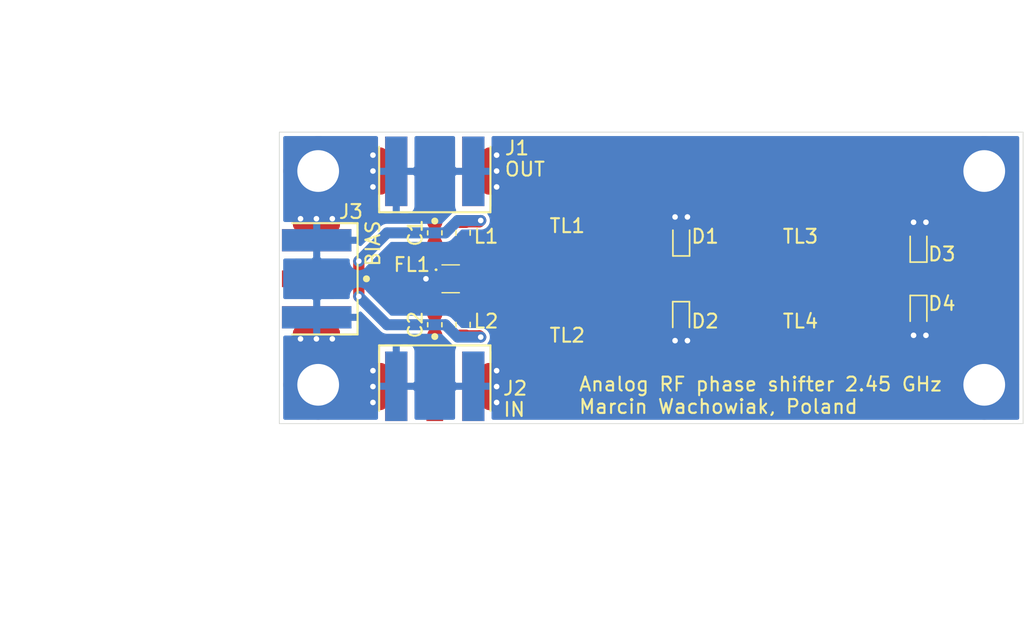
<source format=kicad_pcb>
(kicad_pcb (version 20171130) (host pcbnew 5.1.10-88a1d61d58~88~ubuntu18.04.1)

  (general
    (thickness 1.6)
    (drawings 11)
    (tracks 204)
    (zones 0)
    (modules 16)
    (nets 13)
  )

  (page User 210.007 148.006)
  (title_block
    (title "Analog RF phase shifter 2,4-2,5GHz")
    (date 2021-05-03)
    (rev 1.0.0)
    (company "Marcin Wachowiak, Poland")
  )

  (layers
    (0 F.Cu signal)
    (31 B.Cu signal hide)
    (32 B.Adhes user hide)
    (33 F.Adhes user)
    (34 B.Paste user hide)
    (35 F.Paste user hide)
    (36 B.SilkS user)
    (37 F.SilkS user)
    (38 B.Mask user hide)
    (39 F.Mask user hide)
    (40 Dwgs.User user)
    (41 Cmts.User user hide)
    (42 Eco1.User user hide)
    (43 Eco2.User user hide)
    (44 Edge.Cuts user)
    (45 Margin user hide)
    (46 B.CrtYd user hide)
    (47 F.CrtYd user hide)
    (48 B.Fab user hide)
    (49 F.Fab user hide)
  )

  (setup
    (last_trace_width 0.25)
    (user_trace_width 0.25)
    (user_trace_width 0.35)
    (user_trace_width 0.4)
    (user_trace_width 0.5)
    (user_trace_width 0.65)
    (user_trace_width 0.79)
    (user_trace_width 1.09952)
    (user_trace_width 2.4)
    (trace_clearance 0.2)
    (zone_clearance 0.254)
    (zone_45_only no)
    (trace_min 0.2)
    (via_size 0.8)
    (via_drill 0.4)
    (via_min_size 0.4)
    (via_min_drill 0.3)
    (user_via 0.9 0.5)
    (uvia_size 0.3)
    (uvia_drill 0.1)
    (uvias_allowed no)
    (uvia_min_size 0.2)
    (uvia_min_drill 0.1)
    (edge_width 0.05)
    (segment_width 0.2)
    (pcb_text_width 0.3)
    (pcb_text_size 1.5 1.5)
    (mod_edge_width 0.12)
    (mod_text_size 1 1)
    (mod_text_width 0.15)
    (pad_size 1.524 1.524)
    (pad_drill 0.762)
    (pad_to_mask_clearance 0)
    (aux_axis_origin 0 0)
    (visible_elements 7FFFFFFF)
    (pcbplotparams
      (layerselection 0x010fc_ffffffff)
      (usegerberextensions true)
      (usegerberattributes false)
      (usegerberadvancedattributes false)
      (creategerberjobfile false)
      (excludeedgelayer true)
      (linewidth 0.100000)
      (plotframeref false)
      (viasonmask false)
      (mode 1)
      (useauxorigin false)
      (hpglpennumber 1)
      (hpglpenspeed 20)
      (hpglpendiameter 15.000000)
      (psnegative false)
      (psa4output false)
      (plotreference true)
      (plotvalue false)
      (plotinvisibletext false)
      (padsonsilk false)
      (subtractmaskfromsilk true)
      (outputformat 1)
      (mirror false)
      (drillshape 0)
      (scaleselection 1)
      (outputdirectory "gerbers/"))
  )

  (net 0 "")
  (net 1 "Net-(C1-Pad2)")
  (net 2 "Net-(C1-Pad1)")
  (net 3 "Net-(C2-Pad2)")
  (net 4 "Net-(C2-Pad1)")
  (net 5 "Net-(D1-Pad1)")
  (net 6 GND)
  (net 7 "Net-(D2-Pad1)")
  (net 8 "Net-(J3-Pad1)")
  (net 9 "Net-(D3-Pad1)")
  (net 10 "Net-(D4-Pad1)")
  (net 11 "Net-(FL1-Pad4)")
  (net 12 "Net-(FL1-Pad6)")

  (net_class Default "This is the default net class."
    (clearance 0.2)
    (trace_width 0.25)
    (via_dia 0.8)
    (via_drill 0.4)
    (uvia_dia 0.3)
    (uvia_drill 0.1)
    (add_net GND)
    (add_net "Net-(C1-Pad1)")
    (add_net "Net-(C1-Pad2)")
    (add_net "Net-(C2-Pad1)")
    (add_net "Net-(C2-Pad2)")
    (add_net "Net-(D1-Pad1)")
    (add_net "Net-(D2-Pad1)")
    (add_net "Net-(D3-Pad1)")
    (add_net "Net-(D4-Pad1)")
    (add_net "Net-(FL1-Pad4)")
    (add_net "Net-(FL1-Pad6)")
    (add_net "Net-(J3-Pad1)")
  )

  (module Diode_SMD:D_SOD-523 (layer F.Cu) (tedit 586419F0) (tstamp 6152295D)
    (at 119.2276 61.2775 270)
    (descr "http://www.diodes.com/datasheets/ap02001.pdf p.144")
    (tags "Diode SOD523")
    (path /60376509)
    (attr smd)
    (fp_text reference D4 (at -0.5715 -1.6764 180) (layer F.SilkS)
      (effects (font (size 1 1) (thickness 0.15)))
    )
    (fp_text value BBY66_02V (at 0 1.4 90) (layer F.Fab)
      (effects (font (size 1 1) (thickness 0.15)))
    )
    (fp_line (start 0.7 0.6) (end -1.15 0.6) (layer F.SilkS) (width 0.12))
    (fp_line (start 0.7 -0.6) (end -1.15 -0.6) (layer F.SilkS) (width 0.12))
    (fp_line (start 0.65 0.45) (end -0.65 0.45) (layer F.Fab) (width 0.1))
    (fp_line (start -0.65 0.45) (end -0.65 -0.45) (layer F.Fab) (width 0.1))
    (fp_line (start -0.65 -0.45) (end 0.65 -0.45) (layer F.Fab) (width 0.1))
    (fp_line (start 0.65 -0.45) (end 0.65 0.45) (layer F.Fab) (width 0.1))
    (fp_line (start -0.2 0.2) (end -0.2 -0.2) (layer F.Fab) (width 0.1))
    (fp_line (start -0.2 0) (end -0.35 0) (layer F.Fab) (width 0.1))
    (fp_line (start -0.2 0) (end 0.1 0.2) (layer F.Fab) (width 0.1))
    (fp_line (start 0.1 0.2) (end 0.1 -0.2) (layer F.Fab) (width 0.1))
    (fp_line (start 0.1 -0.2) (end -0.2 0) (layer F.Fab) (width 0.1))
    (fp_line (start 0.1 0) (end 0.25 0) (layer F.Fab) (width 0.1))
    (fp_line (start 1.25 0.7) (end -1.25 0.7) (layer F.CrtYd) (width 0.05))
    (fp_line (start -1.25 0.7) (end -1.25 -0.7) (layer F.CrtYd) (width 0.05))
    (fp_line (start -1.25 -0.7) (end 1.25 -0.7) (layer F.CrtYd) (width 0.05))
    (fp_line (start 1.25 -0.7) (end 1.25 0.7) (layer F.CrtYd) (width 0.05))
    (fp_line (start -1.15 -0.6) (end -1.15 0.6) (layer F.SilkS) (width 0.12))
    (fp_text user %R (at 0 -1.3 90) (layer F.Fab)
      (effects (font (size 1 1) (thickness 0.15)))
    )
    (pad 1 smd rect (at -0.7 0 90) (size 0.6 0.7) (layers F.Cu F.Paste F.Mask)
      (net 10 "Net-(D4-Pad1)"))
    (pad 2 smd rect (at 0.7 0 90) (size 0.6 0.7) (layers F.Cu F.Paste F.Mask)
      (net 6 GND))
    (model ${KISYS3DMOD}/Diode_SMD.3dshapes/D_SOD-523.wrl
      (at (xyz 0 0 0))
      (scale (xyz 1 1 1))
      (rotate (xyz 0 0 0))
    )
  )

  (module analog_rf_phase_shifter_module:TL_24_2_45GHz (layer F.Cu) (tedit 6153FCD3) (tstamp 6152324A)
    (at 110.707 60.579)
    (path /615424E1)
    (fp_text reference TL4 (at 0.037 1.397) (layer F.SilkS)
      (effects (font (size 1 1) (thickness 0.15)))
    )
    (fp_text value TL_24_2_45GHz (at -0.5 -1.5) (layer F.Fab)
      (effects (font (size 1 1) (thickness 0.15)))
    )
    (pad 2 smd roundrect (at 3.773 0) (size 9.546 0.79) (layers F.Cu) (roundrect_rratio 0.25)
      (net 10 "Net-(D4-Pad1)"))
    (pad 1 smd roundrect (at -3.773 0) (size 9.546 0.79) (layers F.Cu) (roundrect_rratio 0.25)
      (net 7 "Net-(D2-Pad1)"))
  )

  (module analog_rf_phase_shifter_module:TL_24_2_45GHz (layer F.Cu) (tedit 6153FCD3) (tstamp 615240F3)
    (at 110.707 57.277)
    (path /61541F99)
    (fp_text reference TL3 (at 0.037 -1.397) (layer F.SilkS)
      (effects (font (size 1 1) (thickness 0.15)))
    )
    (fp_text value TL_24_2_45GHz (at -0.5 -1.5) (layer F.Fab)
      (effects (font (size 1 1) (thickness 0.15)))
    )
    (pad 2 smd roundrect (at 3.773 0) (size 9.546 0.79) (layers F.Cu) (roundrect_rratio 0.25)
      (net 9 "Net-(D3-Pad1)"))
    (pad 1 smd roundrect (at -3.773 0) (size 9.546 0.79) (layers F.Cu) (roundrect_rratio 0.25)
      (net 5 "Net-(D1-Pad1)"))
  )

  (module analog_rf_phase_shifter_module:TL_13_2_45GHz (layer F.Cu) (tedit 6153FCC0) (tstamp 6154617A)
    (at 94.107 60.579)
    (path /61540E40)
    (fp_text reference TL2 (at -0.127 2.413) (layer F.SilkS)
      (effects (font (size 1 1) (thickness 0.15)))
    )
    (fp_text value TL_13_2_45GHz (at -0.5 -3) (layer F.Fab)
      (effects (font (size 1 1) (thickness 0.15)))
    )
    (pad 2 smd roundrect (at 3.53 0) (size 9.06 2.4) (layers F.Cu) (roundrect_rratio 0.25)
      (net 7 "Net-(D2-Pad1)"))
    (pad 1 smd roundrect (at -3.53 0) (size 9.06 2.4) (layers F.Cu) (roundrect_rratio 0.25)
      (net 11 "Net-(FL1-Pad4)"))
  )

  (module analog_rf_phase_shifter_module:TL_13_2_45GHz (layer F.Cu) (tedit 6153FCC0) (tstamp 6152175C)
    (at 94.107 57.277)
    (path /61540646)
    (fp_text reference TL1 (at -0.127 -2.159) (layer F.SilkS)
      (effects (font (size 1 1) (thickness 0.15)))
    )
    (fp_text value TL_13_2_45GHz (at -0.5 -3) (layer F.Fab)
      (effects (font (size 1 1) (thickness 0.15)))
    )
    (pad 2 smd roundrect (at 3.53 0) (size 9.06 2.4) (layers F.Cu) (roundrect_rratio 0.25)
      (net 5 "Net-(D1-Pad1)"))
    (pad 1 smd roundrect (at -3.53 0) (size 9.06 2.4) (layers F.Cu) (roundrect_rratio 0.25)
      (net 12 "Net-(FL1-Pad6)"))
  )

  (module analog_rf_phase_shifter_module:C2327J5003AHF (layer F.Cu) (tedit 60903879) (tstamp 6151A550)
    (at 85.598 58.928 270)
    (descr C2327J5003AHF-2)
    (tags Filter)
    (path /6090630C)
    (attr smd)
    (fp_text reference FL1 (at -1.016 2.794 180) (layer F.SilkS)
      (effects (font (size 1 1) (thickness 0.15)))
    )
    (fp_text value C2327J5003AHF (at 0 -2.5 90) (layer F.SilkS) hide
      (effects (font (size 1.27 1.27) (thickness 0.254)))
    )
    (fp_line (start -1 -0.625) (end 1 -0.625) (layer F.Fab) (width 0.2))
    (fp_line (start 1 -0.625) (end 1 0.625) (layer F.Fab) (width 0.2))
    (fp_line (start 1 0.625) (end -1 0.625) (layer F.Fab) (width 0.2))
    (fp_line (start -1 0.625) (end -1 -0.625) (layer F.Fab) (width 0.2))
    (fp_line (start -1.7 -1.36) (end 1.7 -1.36) (layer F.CrtYd) (width 0.1))
    (fp_line (start 1.7 -1.36) (end 1.7 1.36) (layer F.CrtYd) (width 0.1))
    (fp_line (start 1.7 1.36) (end -1.7 1.36) (layer F.CrtYd) (width 0.1))
    (fp_line (start -1.7 1.36) (end -1.7 -1.36) (layer F.CrtYd) (width 0.1))
    (fp_line (start -1 0.625) (end -1 -0.625) (layer F.SilkS) (width 0.1))
    (fp_line (start 1 0.625) (end 1 -0.625) (layer F.SilkS) (width 0.1))
    (fp_line (start -0.65 1) (end -0.65 1) (layer F.SilkS) (width 0.1))
    (fp_line (start -0.65 1.1) (end -0.65 1.1) (layer F.SilkS) (width 0.1))
    (fp_text user %R (at 0 2.5 90) (layer F.Fab)
      (effects (font (size 1.27 1.27) (thickness 0.254)))
    )
    (fp_arc (start -0.65 1.05) (end -0.65 1) (angle -180) (layer F.SilkS) (width 0.1))
    (fp_arc (start -0.65 1.05) (end -0.65 1.1) (angle -180) (layer F.SilkS) (width 0.1))
    (pad 1 smd rect (at -0.65 0.495) (size 0.33 0.35) (layers F.Cu F.Paste F.Mask)
      (net 2 "Net-(C1-Pad1)"))
    (pad 2 smd rect (at 0 0.495) (size 0.33 0.35) (layers F.Cu F.Paste F.Mask)
      (net 6 GND))
    (pad 3 smd rect (at 0.65 0.495) (size 0.33 0.35) (layers F.Cu F.Paste F.Mask)
      (net 3 "Net-(C2-Pad2)"))
    (pad 4 smd rect (at 0.65 -0.495) (size 0.33 0.35) (layers F.Cu F.Paste F.Mask)
      (net 11 "Net-(FL1-Pad4)"))
    (pad 5 smd rect (at 0 -0.495) (size 0.33 0.35) (layers F.Cu F.Paste F.Mask)
      (net 6 GND))
    (pad 6 smd rect (at -0.65 -0.495) (size 0.33 0.35) (layers F.Cu F.Paste F.Mask)
      (net 12 "Net-(FL1-Pad6)"))
    (model ${KIPRJMOD}/../lib/3d_models/C2327J5003AHF.step
      (at (xyz 0 0 0))
      (scale (xyz 1 1 1))
      (rotate (xyz -90 0 -90))
    )
  )

  (module analog_rf_phase_shifter_module:CON-SMA-EDGE-S (layer F.Cu) (tedit 60904B5A) (tstamp 615241E3)
    (at 68.707 58.928 90)
    (path /6093BE31)
    (fp_text reference J3 (at 4.826 8.763 180) (layer F.SilkS)
      (effects (font (size 1 1) (thickness 0.15)) (justify left))
    )
    (fp_text value CON-SMA-EDGE-S (at 0 12 90) (layer F.SilkS) hide
      (effects (font (size 1 1) (thickness 0.15)))
    )
    (fp_line (start -3.175 4.76) (end -3.175 -4.76) (layer F.Fab) (width 0.15))
    (fp_line (start -3.175 -4.76) (end 3.175 -4.76) (layer F.Fab) (width 0.15))
    (fp_line (start 3.175 -4.76) (end 3.175 4.76) (layer F.Fab) (width 0.15))
    (fp_line (start 3.175 4.76) (end -3.175 4.76) (layer F.Fab) (width 0.15))
    (fp_circle (center 0 10.835) (end 0.125 10.835) (layer F.SilkS) (width 0.25))
    (fp_line (start 3.79 -4.98) (end 3.79 -4.98) (layer F.CrtYd) (width 0.15))
    (fp_line (start 3.79 -4.98) (end -3.79 -4.98) (layer F.CrtYd) (width 0.15))
    (fp_line (start -3.79 -4.98) (end -3.79 9.98) (layer F.CrtYd) (width 0.15))
    (fp_line (start -3.79 9.98) (end 3.79 9.98) (layer F.CrtYd) (width 0.15))
    (fp_line (start 3.79 9.98) (end 3.79 -4.98) (layer F.CrtYd) (width 0.15))
    (fp_line (start 3.595 -4.785) (end 3.595 -4.785) (layer B.CrtYd) (width 0.15))
    (fp_line (start 3.595 -4.785) (end -3.595 -4.785) (layer B.CrtYd) (width 0.15))
    (fp_line (start -3.595 -4.785) (end -3.595 9.785) (layer B.CrtYd) (width 0.15))
    (fp_line (start -3.595 9.785) (end 3.595 9.785) (layer B.CrtYd) (width 0.15))
    (fp_line (start 3.595 9.785) (end 3.595 -4.785) (layer B.CrtYd) (width 0.15))
    (fp_line (start 3.865 4.76) (end -3.865 4.76) (layer F.Fab) (width 0.15))
    (fp_line (start -4 5.5) (end -4 10.2) (layer F.SilkS) (width 0.15))
    (fp_line (start -4 10.2) (end 4 10.2) (layer F.SilkS) (width 0.15))
    (fp_line (start 4 5.5) (end 4 10.2) (layer F.SilkS) (width 0.15))
    (pad 1 smd rect (at 0 7.26 90) (size 1.2 5) (layers F.Cu F.Paste F.Mask)
      (net 8 "Net-(J3-Pad1)"))
    (pad 2 smd rect (at -2.77 7.26 90) (size 1.6 5) (layers F.Cu F.Paste F.Mask)
      (net 6 GND))
    (pad 2 smd rect (at 2.77 7.26 90) (size 1.6 5) (layers F.Cu F.Paste F.Mask)
      (net 6 GND))
    (pad 2 smd rect (at -2.77 7.26 90) (size 1.6 5) (layers B.Cu B.Paste B.Mask)
      (net 6 GND))
    (pad 2 smd rect (at 2.77 7.26 90) (size 1.6 5) (layers B.Cu B.Paste B.Mask)
      (net 6 GND))
    (model ${KIPRJMOD}/../lib/3d_models/CON-SMA-EDGE-S.step
      (offset (xyz 0 -0.7 0))
      (scale (xyz 1 1 1))
      (rotate (xyz 0 0 0))
    )
  )

  (module analog_rf_phase_shifter_module:CON-SMA-EDGE-S (layer F.Cu) (tedit 60904B5A) (tstamp 6151ABFD)
    (at 84.455 73.914 180)
    (path /60947778)
    (fp_text reference J2 (at -6.731 7.112) (layer F.SilkS)
      (effects (font (size 1 1) (thickness 0.15)) (justify right))
    )
    (fp_text value CON-SMA-EDGE-S (at 0 12) (layer F.SilkS) hide
      (effects (font (size 1 1) (thickness 0.15)))
    )
    (fp_line (start -3.175 4.76) (end -3.175 -4.76) (layer F.Fab) (width 0.15))
    (fp_line (start -3.175 -4.76) (end 3.175 -4.76) (layer F.Fab) (width 0.15))
    (fp_line (start 3.175 -4.76) (end 3.175 4.76) (layer F.Fab) (width 0.15))
    (fp_line (start 3.175 4.76) (end -3.175 4.76) (layer F.Fab) (width 0.15))
    (fp_circle (center 0 10.835) (end 0.125 10.835) (layer F.SilkS) (width 0.25))
    (fp_line (start 3.79 -4.98) (end 3.79 -4.98) (layer F.CrtYd) (width 0.15))
    (fp_line (start 3.79 -4.98) (end -3.79 -4.98) (layer F.CrtYd) (width 0.15))
    (fp_line (start -3.79 -4.98) (end -3.79 9.98) (layer F.CrtYd) (width 0.15))
    (fp_line (start -3.79 9.98) (end 3.79 9.98) (layer F.CrtYd) (width 0.15))
    (fp_line (start 3.79 9.98) (end 3.79 -4.98) (layer F.CrtYd) (width 0.15))
    (fp_line (start 3.595 -4.785) (end 3.595 -4.785) (layer B.CrtYd) (width 0.15))
    (fp_line (start 3.595 -4.785) (end -3.595 -4.785) (layer B.CrtYd) (width 0.15))
    (fp_line (start -3.595 -4.785) (end -3.595 9.785) (layer B.CrtYd) (width 0.15))
    (fp_line (start -3.595 9.785) (end 3.595 9.785) (layer B.CrtYd) (width 0.15))
    (fp_line (start 3.595 9.785) (end 3.595 -4.785) (layer B.CrtYd) (width 0.15))
    (fp_line (start 3.865 4.76) (end -3.865 4.76) (layer F.Fab) (width 0.15))
    (fp_line (start -4 5.5) (end -4 10.2) (layer F.SilkS) (width 0.15))
    (fp_line (start -4 10.2) (end 4 10.2) (layer F.SilkS) (width 0.15))
    (fp_line (start 4 5.5) (end 4 10.2) (layer F.SilkS) (width 0.15))
    (pad 1 smd rect (at 0 7.26 180) (size 1.2 5) (layers F.Cu F.Paste F.Mask)
      (net 4 "Net-(C2-Pad1)"))
    (pad 2 smd rect (at -2.77 7.26 180) (size 1.6 5) (layers F.Cu F.Paste F.Mask)
      (net 6 GND))
    (pad 2 smd rect (at 2.77 7.26 180) (size 1.6 5) (layers F.Cu F.Paste F.Mask)
      (net 6 GND))
    (pad 2 smd rect (at -2.77 7.26 180) (size 1.6 5) (layers B.Cu B.Paste B.Mask)
      (net 6 GND))
    (pad 2 smd rect (at 2.77 7.26 180) (size 1.6 5) (layers B.Cu B.Paste B.Mask)
      (net 6 GND))
    (model ${KIPRJMOD}/../lib/3d_models/CON-SMA-EDGE-S.step
      (offset (xyz 0 -0.7 0))
      (scale (xyz 1 1 1))
      (rotate (xyz 0 0 0))
    )
  )

  (module analog_rf_phase_shifter_module:CON-SMA-EDGE-S (layer F.Cu) (tedit 60904B5A) (tstamp 6151ADF8)
    (at 84.455 43.942)
    (path /609432CA)
    (fp_text reference J1 (at 4.953 5.588) (layer F.SilkS)
      (effects (font (size 1 1) (thickness 0.15)) (justify left))
    )
    (fp_text value CON-SMA-EDGE-S (at 0 12) (layer F.SilkS) hide
      (effects (font (size 1 1) (thickness 0.15)))
    )
    (fp_line (start -3.175 4.76) (end -3.175 -4.76) (layer F.Fab) (width 0.15))
    (fp_line (start -3.175 -4.76) (end 3.175 -4.76) (layer F.Fab) (width 0.15))
    (fp_line (start 3.175 -4.76) (end 3.175 4.76) (layer F.Fab) (width 0.15))
    (fp_line (start 3.175 4.76) (end -3.175 4.76) (layer F.Fab) (width 0.15))
    (fp_circle (center 0 10.835) (end 0.125 10.835) (layer F.SilkS) (width 0.25))
    (fp_line (start 3.79 -4.98) (end 3.79 -4.98) (layer F.CrtYd) (width 0.15))
    (fp_line (start 3.79 -4.98) (end -3.79 -4.98) (layer F.CrtYd) (width 0.15))
    (fp_line (start -3.79 -4.98) (end -3.79 9.98) (layer F.CrtYd) (width 0.15))
    (fp_line (start -3.79 9.98) (end 3.79 9.98) (layer F.CrtYd) (width 0.15))
    (fp_line (start 3.79 9.98) (end 3.79 -4.98) (layer F.CrtYd) (width 0.15))
    (fp_line (start 3.595 -4.785) (end 3.595 -4.785) (layer B.CrtYd) (width 0.15))
    (fp_line (start 3.595 -4.785) (end -3.595 -4.785) (layer B.CrtYd) (width 0.15))
    (fp_line (start -3.595 -4.785) (end -3.595 9.785) (layer B.CrtYd) (width 0.15))
    (fp_line (start -3.595 9.785) (end 3.595 9.785) (layer B.CrtYd) (width 0.15))
    (fp_line (start 3.595 9.785) (end 3.595 -4.785) (layer B.CrtYd) (width 0.15))
    (fp_line (start 3.865 4.76) (end -3.865 4.76) (layer F.Fab) (width 0.15))
    (fp_line (start -4 5.5) (end -4 10.2) (layer F.SilkS) (width 0.15))
    (fp_line (start -4 10.2) (end 4 10.2) (layer F.SilkS) (width 0.15))
    (fp_line (start 4 5.5) (end 4 10.2) (layer F.SilkS) (width 0.15))
    (pad 1 smd rect (at 0 7.26) (size 1.2 5) (layers F.Cu F.Paste F.Mask)
      (net 1 "Net-(C1-Pad2)"))
    (pad 2 smd rect (at -2.77 7.26) (size 1.6 5) (layers F.Cu F.Paste F.Mask)
      (net 6 GND))
    (pad 2 smd rect (at 2.77 7.26) (size 1.6 5) (layers F.Cu F.Paste F.Mask)
      (net 6 GND))
    (pad 2 smd rect (at -2.77 7.26) (size 1.6 5) (layers B.Cu B.Paste B.Mask)
      (net 6 GND))
    (pad 2 smd rect (at 2.77 7.26) (size 1.6 5) (layers B.Cu B.Paste B.Mask)
      (net 6 GND))
    (model ${KIPRJMOD}/../lib/3d_models/CON-SMA-EDGE-S.step
      (offset (xyz 0 -0.7 0))
      (scale (xyz 1 1 1))
      (rotate (xyz 0 0 0))
    )
  )

  (module Inductor_SMD:L_0603_1608Metric (layer F.Cu) (tedit 5F68FEF0) (tstamp 61521FA1)
    (at 86.487 62.23 90)
    (descr "Inductor SMD 0603 (1608 Metric), square (rectangular) end terminal, IPC_7351 nominal, (Body size source: http://www.tortai-tech.com/upload/download/2011102023233369053.pdf), generated with kicad-footprint-generator")
    (tags inductor)
    (path /6037477C)
    (attr smd)
    (fp_text reference L2 (at 0.254 1.651) (layer F.SilkS)
      (effects (font (size 1 1) (thickness 0.15)))
    )
    (fp_text value 220n (at 0 1.43 90) (layer F.Fab)
      (effects (font (size 1 1) (thickness 0.15)))
    )
    (fp_line (start 1.48 0.73) (end -1.48 0.73) (layer F.CrtYd) (width 0.05))
    (fp_line (start 1.48 -0.73) (end 1.48 0.73) (layer F.CrtYd) (width 0.05))
    (fp_line (start -1.48 -0.73) (end 1.48 -0.73) (layer F.CrtYd) (width 0.05))
    (fp_line (start -1.48 0.73) (end -1.48 -0.73) (layer F.CrtYd) (width 0.05))
    (fp_line (start -0.162779 0.51) (end 0.162779 0.51) (layer F.SilkS) (width 0.12))
    (fp_line (start -0.162779 -0.51) (end 0.162779 -0.51) (layer F.SilkS) (width 0.12))
    (fp_line (start 0.8 0.4) (end -0.8 0.4) (layer F.Fab) (width 0.1))
    (fp_line (start 0.8 -0.4) (end 0.8 0.4) (layer F.Fab) (width 0.1))
    (fp_line (start -0.8 -0.4) (end 0.8 -0.4) (layer F.Fab) (width 0.1))
    (fp_line (start -0.8 0.4) (end -0.8 -0.4) (layer F.Fab) (width 0.1))
    (fp_text user %R (at 0 0 90) (layer F.Fab)
      (effects (font (size 0.4 0.4) (thickness 0.06)))
    )
    (pad 2 smd roundrect (at 0.7875 0 90) (size 0.875 0.95) (layers F.Cu F.Paste F.Mask) (roundrect_rratio 0.25)
      (net 11 "Net-(FL1-Pad4)"))
    (pad 1 smd roundrect (at -0.7875 0 90) (size 0.875 0.95) (layers F.Cu F.Paste F.Mask) (roundrect_rratio 0.25)
      (net 8 "Net-(J3-Pad1)"))
    (model ${KISYS3DMOD}/Inductor_SMD.3dshapes/L_0603_1608Metric.wrl
      (at (xyz 0 0 0))
      (scale (xyz 1 1 1))
      (rotate (xyz 0 0 0))
    )
  )

  (module Inductor_SMD:L_0603_1608Metric (layer F.Cu) (tedit 5F68FEF0) (tstamp 6151A4C7)
    (at 86.487 55.626 270)
    (descr "Inductor SMD 0603 (1608 Metric), square (rectangular) end terminal, IPC_7351 nominal, (Body size source: http://www.tortai-tech.com/upload/download/2011102023233369053.pdf), generated with kicad-footprint-generator")
    (tags inductor)
    (path /60374381)
    (attr smd)
    (fp_text reference L1 (at 0.254 -1.651 180) (layer F.SilkS)
      (effects (font (size 1 1) (thickness 0.15)))
    )
    (fp_text value 220n (at 0 1.43 90) (layer F.Fab)
      (effects (font (size 1 1) (thickness 0.15)))
    )
    (fp_line (start 1.48 0.73) (end -1.48 0.73) (layer F.CrtYd) (width 0.05))
    (fp_line (start 1.48 -0.73) (end 1.48 0.73) (layer F.CrtYd) (width 0.05))
    (fp_line (start -1.48 -0.73) (end 1.48 -0.73) (layer F.CrtYd) (width 0.05))
    (fp_line (start -1.48 0.73) (end -1.48 -0.73) (layer F.CrtYd) (width 0.05))
    (fp_line (start -0.162779 0.51) (end 0.162779 0.51) (layer F.SilkS) (width 0.12))
    (fp_line (start -0.162779 -0.51) (end 0.162779 -0.51) (layer F.SilkS) (width 0.12))
    (fp_line (start 0.8 0.4) (end -0.8 0.4) (layer F.Fab) (width 0.1))
    (fp_line (start 0.8 -0.4) (end 0.8 0.4) (layer F.Fab) (width 0.1))
    (fp_line (start -0.8 -0.4) (end 0.8 -0.4) (layer F.Fab) (width 0.1))
    (fp_line (start -0.8 0.4) (end -0.8 -0.4) (layer F.Fab) (width 0.1))
    (fp_text user %R (at 0 0 90) (layer F.Fab)
      (effects (font (size 0.4 0.4) (thickness 0.06)))
    )
    (pad 2 smd roundrect (at 0.7875 0 270) (size 0.875 0.95) (layers F.Cu F.Paste F.Mask) (roundrect_rratio 0.25)
      (net 12 "Net-(FL1-Pad6)"))
    (pad 1 smd roundrect (at -0.7875 0 270) (size 0.875 0.95) (layers F.Cu F.Paste F.Mask) (roundrect_rratio 0.25)
      (net 8 "Net-(J3-Pad1)"))
    (model ${KISYS3DMOD}/Inductor_SMD.3dshapes/L_0603_1608Metric.wrl
      (at (xyz 0 0 0))
      (scale (xyz 1 1 1))
      (rotate (xyz 0 0 0))
    )
  )

  (module Diode_SMD:D_SOD-523 (layer F.Cu) (tedit 586419F0) (tstamp 61522A79)
    (at 119.2276 56.5785 90)
    (descr "http://www.diodes.com/datasheets/ap02001.pdf p.144")
    (tags "Diode SOD523")
    (path /60375EF1)
    (attr smd)
    (fp_text reference D3 (at -0.5715 1.6764 180) (layer F.SilkS)
      (effects (font (size 1 1) (thickness 0.15)))
    )
    (fp_text value BBY66_02V (at 0 1.4 90) (layer F.Fab)
      (effects (font (size 1 1) (thickness 0.15)))
    )
    (fp_line (start 0.7 0.6) (end -1.15 0.6) (layer F.SilkS) (width 0.12))
    (fp_line (start 0.7 -0.6) (end -1.15 -0.6) (layer F.SilkS) (width 0.12))
    (fp_line (start 0.65 0.45) (end -0.65 0.45) (layer F.Fab) (width 0.1))
    (fp_line (start -0.65 0.45) (end -0.65 -0.45) (layer F.Fab) (width 0.1))
    (fp_line (start -0.65 -0.45) (end 0.65 -0.45) (layer F.Fab) (width 0.1))
    (fp_line (start 0.65 -0.45) (end 0.65 0.45) (layer F.Fab) (width 0.1))
    (fp_line (start -0.2 0.2) (end -0.2 -0.2) (layer F.Fab) (width 0.1))
    (fp_line (start -0.2 0) (end -0.35 0) (layer F.Fab) (width 0.1))
    (fp_line (start -0.2 0) (end 0.1 0.2) (layer F.Fab) (width 0.1))
    (fp_line (start 0.1 0.2) (end 0.1 -0.2) (layer F.Fab) (width 0.1))
    (fp_line (start 0.1 -0.2) (end -0.2 0) (layer F.Fab) (width 0.1))
    (fp_line (start 0.1 0) (end 0.25 0) (layer F.Fab) (width 0.1))
    (fp_line (start 1.25 0.7) (end -1.25 0.7) (layer F.CrtYd) (width 0.05))
    (fp_line (start -1.25 0.7) (end -1.25 -0.7) (layer F.CrtYd) (width 0.05))
    (fp_line (start -1.25 -0.7) (end 1.25 -0.7) (layer F.CrtYd) (width 0.05))
    (fp_line (start 1.25 -0.7) (end 1.25 0.7) (layer F.CrtYd) (width 0.05))
    (fp_line (start -1.15 -0.6) (end -1.15 0.6) (layer F.SilkS) (width 0.12))
    (fp_text user %R (at 0 -1.3 90) (layer F.Fab)
      (effects (font (size 1 1) (thickness 0.15)))
    )
    (pad 1 smd rect (at -0.7 0 270) (size 0.6 0.7) (layers F.Cu F.Paste F.Mask)
      (net 9 "Net-(D3-Pad1)"))
    (pad 2 smd rect (at 0.7 0 270) (size 0.6 0.7) (layers F.Cu F.Paste F.Mask)
      (net 6 GND))
    (model ${KISYS3DMOD}/Diode_SMD.3dshapes/D_SOD-523.wrl
      (at (xyz 0 0 0))
      (scale (xyz 1 1 1))
      (rotate (xyz 0 0 0))
    )
  )

  (module Diode_SMD:D_SOD-523 (layer F.Cu) (tedit 586419F0) (tstamp 61522D66)
    (at 102.1588 61.722 270)
    (descr "http://www.diodes.com/datasheets/ap02001.pdf p.144")
    (tags "Diode SOD523")
    (path /60375884)
    (attr smd)
    (fp_text reference D2 (at 0.254 -1.7272 180) (layer F.SilkS)
      (effects (font (size 1 1) (thickness 0.15)))
    )
    (fp_text value BBY66_02V (at 0 1.4 90) (layer F.Fab)
      (effects (font (size 1 1) (thickness 0.15)))
    )
    (fp_line (start 0.7 0.6) (end -1.15 0.6) (layer F.SilkS) (width 0.12))
    (fp_line (start 0.7 -0.6) (end -1.15 -0.6) (layer F.SilkS) (width 0.12))
    (fp_line (start 0.65 0.45) (end -0.65 0.45) (layer F.Fab) (width 0.1))
    (fp_line (start -0.65 0.45) (end -0.65 -0.45) (layer F.Fab) (width 0.1))
    (fp_line (start -0.65 -0.45) (end 0.65 -0.45) (layer F.Fab) (width 0.1))
    (fp_line (start 0.65 -0.45) (end 0.65 0.45) (layer F.Fab) (width 0.1))
    (fp_line (start -0.2 0.2) (end -0.2 -0.2) (layer F.Fab) (width 0.1))
    (fp_line (start -0.2 0) (end -0.35 0) (layer F.Fab) (width 0.1))
    (fp_line (start -0.2 0) (end 0.1 0.2) (layer F.Fab) (width 0.1))
    (fp_line (start 0.1 0.2) (end 0.1 -0.2) (layer F.Fab) (width 0.1))
    (fp_line (start 0.1 -0.2) (end -0.2 0) (layer F.Fab) (width 0.1))
    (fp_line (start 0.1 0) (end 0.25 0) (layer F.Fab) (width 0.1))
    (fp_line (start 1.25 0.7) (end -1.25 0.7) (layer F.CrtYd) (width 0.05))
    (fp_line (start -1.25 0.7) (end -1.25 -0.7) (layer F.CrtYd) (width 0.05))
    (fp_line (start -1.25 -0.7) (end 1.25 -0.7) (layer F.CrtYd) (width 0.05))
    (fp_line (start 1.25 -0.7) (end 1.25 0.7) (layer F.CrtYd) (width 0.05))
    (fp_line (start -1.15 -0.6) (end -1.15 0.6) (layer F.SilkS) (width 0.12))
    (fp_text user %R (at 0 -1.3 90) (layer F.Fab)
      (effects (font (size 1 1) (thickness 0.15)))
    )
    (pad 1 smd rect (at -0.7 0 90) (size 0.6 0.7) (layers F.Cu F.Paste F.Mask)
      (net 7 "Net-(D2-Pad1)"))
    (pad 2 smd rect (at 0.7 0 90) (size 0.6 0.7) (layers F.Cu F.Paste F.Mask)
      (net 6 GND))
    (model ${KISYS3DMOD}/Diode_SMD.3dshapes/D_SOD-523.wrl
      (at (xyz 0 0 0))
      (scale (xyz 1 1 1))
      (rotate (xyz 0 0 0))
    )
  )

  (module Diode_SMD:D_SOD-523 (layer F.Cu) (tedit 586419F0) (tstamp 61522B5D)
    (at 102.1715 56.134 90)
    (descr "http://www.diodes.com/datasheets/ap02001.pdf p.144")
    (tags "Diode SOD523")
    (path /60375266)
    (attr smd)
    (fp_text reference D1 (at 0.254 1.7145 180) (layer F.SilkS)
      (effects (font (size 1 1) (thickness 0.15)))
    )
    (fp_text value BBY66_02V (at 0 1.4 90) (layer F.Fab)
      (effects (font (size 1 1) (thickness 0.15)))
    )
    (fp_line (start 0.7 0.6) (end -1.15 0.6) (layer F.SilkS) (width 0.12))
    (fp_line (start 0.7 -0.6) (end -1.15 -0.6) (layer F.SilkS) (width 0.12))
    (fp_line (start 0.65 0.45) (end -0.65 0.45) (layer F.Fab) (width 0.1))
    (fp_line (start -0.65 0.45) (end -0.65 -0.45) (layer F.Fab) (width 0.1))
    (fp_line (start -0.65 -0.45) (end 0.65 -0.45) (layer F.Fab) (width 0.1))
    (fp_line (start 0.65 -0.45) (end 0.65 0.45) (layer F.Fab) (width 0.1))
    (fp_line (start -0.2 0.2) (end -0.2 -0.2) (layer F.Fab) (width 0.1))
    (fp_line (start -0.2 0) (end -0.35 0) (layer F.Fab) (width 0.1))
    (fp_line (start -0.2 0) (end 0.1 0.2) (layer F.Fab) (width 0.1))
    (fp_line (start 0.1 0.2) (end 0.1 -0.2) (layer F.Fab) (width 0.1))
    (fp_line (start 0.1 -0.2) (end -0.2 0) (layer F.Fab) (width 0.1))
    (fp_line (start 0.1 0) (end 0.25 0) (layer F.Fab) (width 0.1))
    (fp_line (start 1.25 0.7) (end -1.25 0.7) (layer F.CrtYd) (width 0.05))
    (fp_line (start -1.25 0.7) (end -1.25 -0.7) (layer F.CrtYd) (width 0.05))
    (fp_line (start -1.25 -0.7) (end 1.25 -0.7) (layer F.CrtYd) (width 0.05))
    (fp_line (start 1.25 -0.7) (end 1.25 0.7) (layer F.CrtYd) (width 0.05))
    (fp_line (start -1.15 -0.6) (end -1.15 0.6) (layer F.SilkS) (width 0.12))
    (fp_text user %R (at 0 -1.3 90) (layer F.Fab)
      (effects (font (size 1 1) (thickness 0.15)))
    )
    (pad 1 smd rect (at -0.7 0 270) (size 0.6 0.7) (layers F.Cu F.Paste F.Mask)
      (net 5 "Net-(D1-Pad1)"))
    (pad 2 smd rect (at 0.7 0 270) (size 0.6 0.7) (layers F.Cu F.Paste F.Mask)
      (net 6 GND))
    (model ${KISYS3DMOD}/Diode_SMD.3dshapes/D_SOD-523.wrl
      (at (xyz 0 0 0))
      (scale (xyz 1 1 1))
      (rotate (xyz 0 0 0))
    )
  )

  (module Capacitor_SMD:C_0603_1608Metric (layer F.Cu) (tedit 5F68FEEE) (tstamp 6151A9F3)
    (at 84.455 62.23 90)
    (descr "Capacitor SMD 0603 (1608 Metric), square (rectangular) end terminal, IPC_7351 nominal, (Body size source: IPC-SM-782 page 76, https://www.pcb-3d.com/wordpress/wp-content/uploads/ipc-sm-782a_amendment_1_and_2.pdf), generated with kicad-footprint-generator")
    (tags capacitor)
    (path /603774E1)
    (attr smd)
    (fp_text reference C2 (at 0 -1.397 270) (layer F.SilkS)
      (effects (font (size 1 1) (thickness 0.15)))
    )
    (fp_text value 100pF (at 0 1.43 90) (layer F.Fab)
      (effects (font (size 1 1) (thickness 0.15)))
    )
    (fp_line (start 1.48 0.73) (end -1.48 0.73) (layer F.CrtYd) (width 0.05))
    (fp_line (start 1.48 -0.73) (end 1.48 0.73) (layer F.CrtYd) (width 0.05))
    (fp_line (start -1.48 -0.73) (end 1.48 -0.73) (layer F.CrtYd) (width 0.05))
    (fp_line (start -1.48 0.73) (end -1.48 -0.73) (layer F.CrtYd) (width 0.05))
    (fp_line (start -0.14058 0.51) (end 0.14058 0.51) (layer F.SilkS) (width 0.12))
    (fp_line (start -0.14058 -0.51) (end 0.14058 -0.51) (layer F.SilkS) (width 0.12))
    (fp_line (start 0.8 0.4) (end -0.8 0.4) (layer F.Fab) (width 0.1))
    (fp_line (start 0.8 -0.4) (end 0.8 0.4) (layer F.Fab) (width 0.1))
    (fp_line (start -0.8 -0.4) (end 0.8 -0.4) (layer F.Fab) (width 0.1))
    (fp_line (start -0.8 0.4) (end -0.8 -0.4) (layer F.Fab) (width 0.1))
    (fp_text user %R (at 0 0 90) (layer F.Fab)
      (effects (font (size 0.4 0.4) (thickness 0.06)))
    )
    (pad 2 smd roundrect (at 0.775 0 90) (size 0.9 0.95) (layers F.Cu F.Paste F.Mask) (roundrect_rratio 0.25)
      (net 3 "Net-(C2-Pad2)"))
    (pad 1 smd roundrect (at -0.775 0 90) (size 0.9 0.95) (layers F.Cu F.Paste F.Mask) (roundrect_rratio 0.25)
      (net 4 "Net-(C2-Pad1)"))
    (model ${KISYS3DMOD}/Capacitor_SMD.3dshapes/C_0603_1608Metric.wrl
      (at (xyz 0 0 0))
      (scale (xyz 1 1 1))
      (rotate (xyz 0 0 0))
    )
  )

  (module Capacitor_SMD:C_0603_1608Metric (layer F.Cu) (tedit 5F68FEEE) (tstamp 6151A416)
    (at 84.455 55.626 90)
    (descr "Capacitor SMD 0603 (1608 Metric), square (rectangular) end terminal, IPC_7351 nominal, (Body size source: IPC-SM-782 page 76, https://www.pcb-3d.com/wordpress/wp-content/uploads/ipc-sm-782a_amendment_1_and_2.pdf), generated with kicad-footprint-generator")
    (tags capacitor)
    (path /60376E80)
    (attr smd)
    (fp_text reference C1 (at 0 -1.397 90) (layer F.SilkS)
      (effects (font (size 1 1) (thickness 0.15)))
    )
    (fp_text value 100pF (at 0 1.43 90) (layer F.Fab)
      (effects (font (size 1 1) (thickness 0.15)))
    )
    (fp_line (start 1.48 0.73) (end -1.48 0.73) (layer F.CrtYd) (width 0.05))
    (fp_line (start 1.48 -0.73) (end 1.48 0.73) (layer F.CrtYd) (width 0.05))
    (fp_line (start -1.48 -0.73) (end 1.48 -0.73) (layer F.CrtYd) (width 0.05))
    (fp_line (start -1.48 0.73) (end -1.48 -0.73) (layer F.CrtYd) (width 0.05))
    (fp_line (start -0.14058 0.51) (end 0.14058 0.51) (layer F.SilkS) (width 0.12))
    (fp_line (start -0.14058 -0.51) (end 0.14058 -0.51) (layer F.SilkS) (width 0.12))
    (fp_line (start 0.8 0.4) (end -0.8 0.4) (layer F.Fab) (width 0.1))
    (fp_line (start 0.8 -0.4) (end 0.8 0.4) (layer F.Fab) (width 0.1))
    (fp_line (start -0.8 -0.4) (end 0.8 -0.4) (layer F.Fab) (width 0.1))
    (fp_line (start -0.8 0.4) (end -0.8 -0.4) (layer F.Fab) (width 0.1))
    (fp_text user %R (at 0 0 90) (layer F.Fab)
      (effects (font (size 0.4 0.4) (thickness 0.06)))
    )
    (pad 2 smd roundrect (at 0.775 0 90) (size 0.9 0.95) (layers F.Cu F.Paste F.Mask) (roundrect_rratio 0.25)
      (net 1 "Net-(C1-Pad2)"))
    (pad 1 smd roundrect (at -0.775 0 90) (size 0.9 0.95) (layers F.Cu F.Paste F.Mask) (roundrect_rratio 0.25)
      (net 2 "Net-(C1-Pad1)"))
    (model ${KISYS3DMOD}/Capacitor_SMD.3dshapes/C_0603_1608Metric.wrl
      (at (xyz 0 0 0))
      (scale (xyz 1 1 1))
      (rotate (xyz 0 0 0))
    )
  )

  (gr_text "Substrate: FR4, thickness: 0.6 mm" (at 93.98 71.882) (layer Dwgs.User)
    (effects (font (size 1.5 1.5) (thickness 0.3)))
  )
  (gr_text "Analog RF phase shifter 2.45 GHz\nMarcin Wachowiak, Poland\n" (at 94.742 67.31) (layer F.SilkS) (tstamp 61524585)
    (effects (font (size 1 1) (thickness 0.15)) (justify left))
  )
  (gr_text "BIAS\n" (at 80.01 56.388 90) (layer F.SilkS)
    (effects (font (size 1 1) (thickness 0.15)))
  )
  (gr_text OUT (at 90.932 51.054) (layer F.SilkS)
    (effects (font (size 1 1) (thickness 0.15)))
  )
  (gr_text IN (at 90.17 68.326) (layer F.SilkS)
    (effects (font (size 1 1) (thickness 0.15)))
  )
  (dimension 53.467 (width 0.15) (layer Dwgs.User)
    (gr_text "53,467 mm" (at 100.0125 84.104) (layer Dwgs.User)
      (effects (font (size 1 1) (thickness 0.15)))
    )
    (feature1 (pts (xy 126.746 69.342) (xy 126.746 83.390421)))
    (feature2 (pts (xy 73.279 69.342) (xy 73.279 83.390421)))
    (crossbar (pts (xy 73.279 82.804) (xy 126.746 82.804)))
    (arrow1a (pts (xy 126.746 82.804) (xy 125.619496 83.390421)))
    (arrow1b (pts (xy 126.746 82.804) (xy 125.619496 82.217579)))
    (arrow2a (pts (xy 73.279 82.804) (xy 74.405504 83.390421)))
    (arrow2b (pts (xy 73.279 82.804) (xy 74.405504 82.217579)))
  )
  (dimension 20.955 (width 0.15) (layer Dwgs.User)
    (gr_text "20,955 mm" (at 56.866 58.8645 270) (layer Dwgs.User)
      (effects (font (size 1 1) (thickness 0.15)))
    )
    (feature1 (pts (xy 73.279 69.342) (xy 57.579579 69.342)))
    (feature2 (pts (xy 73.279 48.387) (xy 57.579579 48.387)))
    (crossbar (pts (xy 58.166 48.387) (xy 58.166 69.342)))
    (arrow1a (pts (xy 58.166 69.342) (xy 57.579579 68.215496)))
    (arrow1b (pts (xy 58.166 69.342) (xy 58.752421 68.215496)))
    (arrow2a (pts (xy 58.166 48.387) (xy 57.579579 49.513504)))
    (arrow2b (pts (xy 58.166 48.387) (xy 58.752421 49.513504)))
  )
  (gr_line (start 126.746 48.387) (end 73.279 48.387) (layer Edge.Cuts) (width 0.05) (tstamp 6151B073))
  (gr_line (start 126.746 69.342) (end 126.746 48.387) (layer Edge.Cuts) (width 0.05))
  (gr_line (start 73.279 69.342) (end 126.746 69.342) (layer Edge.Cuts) (width 0.05) (tstamp 6151A2B1))
  (gr_line (start 73.279 48.387) (end 73.279 69.342) (layer Edge.Cuts) (width 0.05) (tstamp 6151A3BF))

  (segment (start 84.455 54.851) (end 84.455 51.202) (width 1.09952) (layer F.Cu) (net 1))
  (segment (start 84.836 57.912) (end 84.455 57.531) (width 1.09952) (layer F.Cu) (net 2) (tstamp 6151AFB2))
  (segment (start 84.455 56.401) (end 84.455 57.531) (width 1.09952) (layer F.Cu) (net 2))
  (segment (start 84.455 61.455) (end 84.455 60.351) (width 1.09952) (layer F.Cu) (net 3))
  (segment (start 84.455 60.351) (end 84.455 60.325) (width 1.09952) (layer F.Cu) (net 3))
  (segment (start 84.455 60.325) (end 84.836 59.944) (width 1.09952) (layer F.Cu) (net 3) (tstamp 6151B00D))
  (segment (start 84.455 66.654) (end 84.455 63.005) (width 1.09952) (layer F.Cu) (net 4))
  (segment (start 100.584 57.277) (end 97.637 57.277) (width 0.35) (layer F.Cu) (net 5))
  (segment (start 106.934 57.277) (end 102.489 57.277) (width 0.35) (layer F.Cu) (net 5) (tstamp 615232ED))
  (segment (start 102.6145 57.277) (end 102.1715 56.834) (width 0.35) (layer F.Cu) (net 5))
  (segment (start 106.934 57.277) (end 102.6145 57.277) (width 0.35) (layer F.Cu) (net 5) (tstamp 615232EA))
  (segment (start 106.934 57.277) (end 103.124 57.277) (width 0.35) (layer F.Cu) (net 5) (tstamp 61523302))
  (segment (start 103.124 57.277) (end 102.108 56.261) (width 0.35) (layer F.Cu) (net 5))
  (segment (start 102.108 56.261) (end 101.673498 56.261) (width 0.35) (layer F.Cu) (net 5))
  (segment (start 102.235 58.039) (end 102.235 57.531) (width 0.35) (layer F.Cu) (net 5))
  (segment (start 102.997 57.277) (end 102.235 58.039) (width 0.35) (layer F.Cu) (net 5))
  (segment (start 106.934 57.277) (end 102.997 57.277) (width 0.35) (layer F.Cu) (net 5) (tstamp 615232F0))
  (segment (start 102.235 57.531) (end 101.981 57.785) (width 0.35) (layer F.Cu) (net 5))
  (segment (start 102.489 57.277) (end 102.235 57.531) (width 0.35) (layer F.Cu) (net 5))
  (segment (start 102.997 57.277) (end 101.981 58.293) (width 0.35) (layer F.Cu) (net 5))
  (segment (start 98.653 58.293) (end 97.637 57.277) (width 0.35) (layer F.Cu) (net 5))
  (segment (start 101.981 58.293) (end 98.653 58.293) (width 0.35) (layer F.Cu) (net 5) (tstamp 615234C8))
  (segment (start 84.344445 59.19724) (end 84.090445 59.19724) (width 0.25) (layer F.Cu) (net 6) (tstamp 615247D6))
  (via (at 76.073 51.181) (size 5) (drill 3) (layers F.Cu B.Cu) (net 6))
  (via (at 76.073 66.548) (size 5) (drill 3) (layers F.Cu B.Cu) (net 6) (tstamp 615236F6))
  (via (at 123.952 51.181) (size 5) (drill 3) (layers F.Cu B.Cu) (net 6) (tstamp 615236B1))
  (via (at 123.952 66.548) (size 5) (drill 3) (layers F.Cu B.Cu) (net 6) (tstamp 61523761))
  (via (at 102.616 54.483) (size 0.8) (drill 0.4) (layers F.Cu B.Cu) (net 6) (tstamp 6152362D))
  (via (at 101.727 54.483) (size 0.8) (drill 0.4) (layers F.Cu B.Cu) (net 6) (tstamp 6152362E))
  (via (at 119.761 54.864) (size 0.8) (drill 0.4) (layers F.Cu B.Cu) (net 6) (tstamp 6152362D))
  (via (at 118.872 54.864) (size 0.8) (drill 0.4) (layers F.Cu B.Cu) (net 6) (tstamp 6152362E))
  (via (at 119.761 62.992) (size 0.8) (drill 0.4) (layers F.Cu B.Cu) (net 6) (tstamp 6152362D))
  (via (at 118.872 62.992) (size 0.8) (drill 0.4) (layers F.Cu B.Cu) (net 6) (tstamp 6152362E))
  (via (at 102.616 63.373) (size 0.8) (drill 0.4) (layers F.Cu B.Cu) (net 6) (tstamp 615235BF))
  (via (at 101.727 63.373) (size 0.8) (drill 0.4) (layers F.Cu B.Cu) (net 6) (tstamp 615235C1))
  (via (at 75.946 63.246) (size 0.8) (drill 0.4) (layers F.Cu B.Cu) (net 6) (tstamp 61523975))
  (via (at 77.089 63.246) (size 0.8) (drill 0.4) (layers F.Cu B.Cu) (net 6) (tstamp 61523984))
  (via (at 74.803 63.246) (size 0.8) (drill 0.4) (layers F.Cu B.Cu) (net 6) (tstamp 6152396F))
  (via (at 75.946 54.61) (size 0.8) (drill 0.4) (layers F.Cu B.Cu) (net 6) (tstamp 6152397E))
  (via (at 77.089 54.61) (size 0.8) (drill 0.4) (layers F.Cu B.Cu) (net 6) (tstamp 6152395A))
  (via (at 74.803 54.61) (size 0.8) (drill 0.4) (layers F.Cu B.Cu) (net 6) (tstamp 6152398A))
  (via (at 80.01 51.181) (size 0.8) (drill 0.4) (layers F.Cu B.Cu) (net 6) (tstamp 615235BF))
  (via (at 80.01 52.324) (size 0.8) (drill 0.4) (layers F.Cu B.Cu) (net 6) (tstamp 615235C0))
  (via (at 80.01 50.038) (size 0.8) (drill 0.4) (layers F.Cu B.Cu) (net 6) (tstamp 615235C1))
  (via (at 88.9 51.181) (size 0.8) (drill 0.4) (layers F.Cu B.Cu) (net 6) (tstamp 615235BF))
  (via (at 88.9 52.324) (size 0.8) (drill 0.4) (layers F.Cu B.Cu) (net 6) (tstamp 615235C0))
  (via (at 88.9 50.038) (size 0.8) (drill 0.4) (layers F.Cu B.Cu) (net 6) (tstamp 615235C1))
  (via (at 88.9 66.675) (size 0.8) (drill 0.4) (layers F.Cu B.Cu) (net 6) (tstamp 615235BF))
  (via (at 88.9 67.818) (size 0.8) (drill 0.4) (layers F.Cu B.Cu) (net 6) (tstamp 615235C0))
  (via (at 88.9 65.532) (size 0.8) (drill 0.4) (layers F.Cu B.Cu) (net 6) (tstamp 615235C1))
  (via (at 80.01 67.818) (size 0.8) (drill 0.4) (layers F.Cu B.Cu) (net 6) (tstamp 6151B18A))
  (via (at 80.01 65.532) (size 0.8) (drill 0.4) (layers F.Cu B.Cu) (net 6) (tstamp 6151B18A))
  (via (at 83.82 58.928) (size 0.8) (drill 0.4) (layers F.Cu B.Cu) (net 6))
  (segment (start 84.074 58.928) (end 83.82 58.928) (width 0.35) (layer F.Cu) (net 6))
  (segment (start 84.989 58.928) (end 85.979 58.928) (width 0.35) (layer F.Cu) (net 6))
  (via (at 80.01 66.675) (size 0.8) (drill 0.4) (layers F.Cu B.Cu) (net 6))
  (segment (start 101.727 54.483) (end 102.616 54.483) (width 1.09952) (layer F.Cu) (net 6))
  (segment (start 101.727 63.373) (end 102.616 63.373) (width 1.09952) (layer F.Cu) (net 6))
  (segment (start 118.872 62.992) (end 119.761 62.992) (width 1.09952) (layer F.Cu) (net 6))
  (segment (start 118.872 54.864) (end 119.761 54.864) (width 1.09952) (layer F.Cu) (net 6))
  (segment (start 119.2276 62.6364) (end 118.872 62.992) (width 0.65) (layer F.Cu) (net 6))
  (segment (start 119.2276 62.4586) (end 119.761 62.992) (width 0.65) (layer F.Cu) (net 6))
  (segment (start 119.2276 62.103) (end 119.2276 62.5841) (width 0.65) (layer F.Cu) (net 6))
  (segment (start 119.2276 62.103) (end 119.2276 62.7619) (width 0.65) (layer F.Cu) (net 6))
  (segment (start 119.2276 55.3974) (end 119.761 54.864) (width 0.65) (layer F.Cu) (net 6))
  (segment (start 119.2276 55.76645) (end 119.2276 55.28535) (width 0.65) (layer F.Cu) (net 6))
  (segment (start 119.2276 55.2196) (end 118.872 54.864) (width 0.65) (layer F.Cu) (net 6))
  (segment (start 119.2276 55.753) (end 119.2276 55.0941) (width 0.65) (layer F.Cu) (net 6))
  (segment (start 102.1588 62.9158) (end 102.616 63.373) (width 0.65) (layer F.Cu) (net 6))
  (segment (start 102.1588 62.4769) (end 102.1588 62.9707) (width 0.65) (layer F.Cu) (net 6))
  (segment (start 102.1588 62.9412) (end 101.727 63.373) (width 0.65) (layer F.Cu) (net 6))
  (segment (start 102.1588 62.4896) (end 102.1588 63.0088) (width 0.65) (layer F.Cu) (net 6))
  (segment (start 102.1715 54.9275) (end 101.727 54.483) (width 0.65) (layer F.Cu) (net 6))
  (segment (start 102.1715 55.372) (end 102.1715 54.8655) (width 0.65) (layer F.Cu) (net 6))
  (segment (start 102.1715 54.9275) (end 102.616 54.483) (width 0.65) (layer F.Cu) (net 6))
  (segment (start 88.9 67.818) (end 88.9 65.532) (width 1.09952) (layer F.Cu) (net 6))
  (segment (start 80.01 65.532) (end 80.01 67.31) (width 1.09952) (layer F.Cu) (net 6))
  (segment (start 80.01 67.31) (end 80.01 67.818) (width 1.09952) (layer F.Cu) (net 6))
  (segment (start 80.031 66.654) (end 80.01 66.675) (width 1.09952) (layer F.Cu) (net 6))
  (segment (start 81.685 66.654) (end 80.031 66.654) (width 1.09952) (layer F.Cu) (net 6))
  (segment (start 80.563 65.532) (end 81.685 66.654) (width 1.09952) (layer F.Cu) (net 6))
  (segment (start 80.01 65.532) (end 80.563 65.532) (width 1.09952) (layer F.Cu) (net 6))
  (segment (start 80.521 67.818) (end 81.685 66.654) (width 1.09952) (layer F.Cu) (net 6))
  (segment (start 80.01 67.818) (end 80.521 67.818) (width 1.09952) (layer F.Cu) (net 6))
  (segment (start 88.347 65.532) (end 87.225 66.654) (width 1.09952) (layer F.Cu) (net 6))
  (segment (start 88.9 65.532) (end 88.347 65.532) (width 1.09952) (layer F.Cu) (net 6))
  (segment (start 87.246 66.675) (end 87.225 66.654) (width 1.09952) (layer F.Cu) (net 6))
  (segment (start 88.9 66.675) (end 87.246 66.675) (width 1.09952) (layer F.Cu) (net 6))
  (segment (start 88.389 67.818) (end 87.225 66.654) (width 1.09952) (layer F.Cu) (net 6))
  (segment (start 88.9 67.818) (end 88.389 67.818) (width 1.09952) (layer F.Cu) (net 6))
  (segment (start 74.803 63.246) (end 77.089 63.246) (width 1.09952) (layer F.Cu) (net 6))
  (segment (start 75.946 61.719) (end 75.967 61.698) (width 1.09952) (layer F.Cu) (net 6))
  (segment (start 75.946 63.246) (end 75.946 61.719) (width 1.09952) (layer F.Cu) (net 6))
  (segment (start 74.803 62.862) (end 75.967 61.698) (width 1.09952) (layer F.Cu) (net 6))
  (segment (start 74.803 63.246) (end 74.803 62.862) (width 1.09952) (layer F.Cu) (net 6))
  (segment (start 77.089 62.82) (end 75.967 61.698) (width 1.09952) (layer F.Cu) (net 6))
  (segment (start 77.089 63.246) (end 77.089 62.82) (width 1.09952) (layer F.Cu) (net 6))
  (segment (start 75.946 56.137) (end 75.967 56.158) (width 1.09952) (layer F.Cu) (net 6))
  (segment (start 75.946 54.61) (end 75.946 56.137) (width 1.09952) (layer F.Cu) (net 6))
  (segment (start 77.089 55.036) (end 75.967 56.158) (width 1.09952) (layer F.Cu) (net 6))
  (segment (start 77.089 54.61) (end 77.089 55.036) (width 1.09952) (layer F.Cu) (net 6))
  (segment (start 77.089 54.61) (end 74.803 54.61) (width 1.09952) (layer F.Cu) (net 6))
  (segment (start 74.803 54.994) (end 75.967 56.158) (width 1.09952) (layer F.Cu) (net 6))
  (segment (start 74.803 54.61) (end 74.803 54.994) (width 1.09952) (layer F.Cu) (net 6))
  (segment (start 80.01 50.038) (end 80.01 52.324) (width 1.09952) (layer F.Cu) (net 6))
  (segment (start 80.563 52.324) (end 81.685 51.202) (width 1.09952) (layer F.Cu) (net 6))
  (segment (start 80.01 52.324) (end 80.563 52.324) (width 1.09952) (layer F.Cu) (net 6))
  (segment (start 81.664 51.181) (end 81.685 51.202) (width 1.09952) (layer F.Cu) (net 6))
  (segment (start 80.01 51.181) (end 81.664 51.181) (width 1.09952) (layer F.Cu) (net 6))
  (segment (start 80.521 50.038) (end 81.685 51.202) (width 1.09952) (layer F.Cu) (net 6))
  (segment (start 80.01 50.038) (end 80.521 50.038) (width 1.09952) (layer F.Cu) (net 6))
  (segment (start 87.246 51.181) (end 87.225 51.202) (width 1.09952) (layer F.Cu) (net 6))
  (segment (start 88.9 51.181) (end 87.246 51.181) (width 1.09952) (layer F.Cu) (net 6))
  (segment (start 88.389 50.038) (end 87.225 51.202) (width 1.09952) (layer F.Cu) (net 6))
  (segment (start 88.9 50.038) (end 88.389 50.038) (width 1.09952) (layer F.Cu) (net 6))
  (segment (start 88.347 52.324) (end 87.225 51.202) (width 1.09952) (layer F.Cu) (net 6))
  (segment (start 88.9 52.324) (end 88.347 52.324) (width 1.09952) (layer F.Cu) (net 6))
  (segment (start 88.9 50.038) (end 88.9 52.324) (width 1.09952) (layer F.Cu) (net 6))
  (segment (start 84.582 58.928) (end 84.074 58.928) (width 0.35) (layer F.Cu) (net 6))
  (segment (start 84.963 58.928) (end 84.821768 58.786768) (width 0.25) (layer F.Cu) (net 6))
  (segment (start 85.103 58.928) (end 84.963 58.928) (width 0.25) (layer F.Cu) (net 6))
  (segment (start 84.709 58.899536) (end 84.821768 58.786768) (width 0.25) (layer F.Cu) (net 6))
  (segment (start 84.709 58.928) (end 84.709 58.899536) (width 0.25) (layer F.Cu) (net 6))
  (segment (start 85.103 58.928) (end 84.709 58.928) (width 0.35) (layer F.Cu) (net 6))
  (segment (start 84.709 58.928) (end 84.582 58.928) (width 0.35) (layer F.Cu) (net 6))
  (segment (start 84.374284 58.786768) (end 84.233052 58.928) (width 0.25) (layer F.Cu) (net 6))
  (segment (start 84.694768 58.786768) (end 84.473658 58.786768) (width 0.25) (layer F.Cu) (net 6))
  (segment (start 84.821768 58.786768) (end 84.694768 58.786768) (width 0.25) (layer F.Cu) (net 6))
  (segment (start 84.694768 58.786768) (end 84.374284 58.786768) (width 0.25) (layer F.Cu) (net 6))
  (segment (start 84.473658 58.786768) (end 84.344445 58.657555) (width 0.25) (layer F.Cu) (net 6))
  (segment (start 85.09 58.928) (end 84.989 58.928) (width 0.25) (layer F.Cu) (net 6))
  (segment (start 85.103 58.928) (end 85.09 58.928) (width 0.25) (layer F.Cu) (net 6))
  (segment (start 84.709 58.928) (end 84.709 59.055) (width 0.25) (layer F.Cu) (net 6))
  (segment (start 84.836 59.055) (end 84.963 58.928) (width 0.25) (layer F.Cu) (net 6))
  (segment (start 84.709 59.055) (end 84.836 59.055) (width 0.25) (layer F.Cu) (net 6))
  (segment (start 84.709 58.928) (end 84.233052 58.928) (width 0.25) (layer F.Cu) (net 6))
  (segment (start 84.090445 58.657555) (end 83.82 58.928) (width 0.25) (layer F.Cu) (net 6))
  (segment (start 84.344445 58.657555) (end 84.090445 58.657555) (width 0.25) (layer F.Cu) (net 6))
  (segment (start 83.82 58.928) (end 83.82 59.055) (width 0.25) (layer F.Cu) (net 6))
  (segment (start 84.48789 59.055) (end 84.836 59.055) (width 0.25) (layer F.Cu) (net 6))
  (segment (start 84.36089 59.182) (end 84.48789 59.055) (width 0.25) (layer F.Cu) (net 6))
  (segment (start 83.947 59.182) (end 84.36089 59.182) (width 0.25) (layer F.Cu) (net 6))
  (segment (start 83.82 59.055) (end 83.947 59.182) (width 0.25) (layer F.Cu) (net 6))
  (segment (start 84.2772 58.928) (end 84.582 58.928) (width 0.5) (layer F.Cu) (net 6))
  (segment (start 83.82 58.928) (end 84.2772 58.928) (width 0.5) (layer F.Cu) (net 6))
  (segment (start 83.82 58.928) (end 84.233052 58.928) (width 0.79) (layer F.Cu) (net 6))
  (segment (start 106.934 60.579) (end 102.997 60.579) (width 0.35) (layer F.Cu) (net 7))
  (segment (start 106.934 60.579) (end 103.124 60.579) (width 0.35) (layer F.Cu) (net 7))
  (segment (start 98.653 59.563) (end 97.637 60.579) (width 0.35) (layer F.Cu) (net 7))
  (segment (start 106.934 60.579) (end 102.743 60.579) (width 0.35) (layer F.Cu) (net 7))
  (segment (start 102.2985 60.1345) (end 102.2985 59.7535) (width 0.35) (layer F.Cu) (net 7))
  (segment (start 102.743 60.579) (end 102.2985 60.1345) (width 0.35) (layer F.Cu) (net 7))
  (segment (start 102.2985 59.7535) (end 102.108 59.563) (width 0.35) (layer F.Cu) (net 7))
  (segment (start 103.124 60.579) (end 102.2985 59.7535) (width 0.35) (layer F.Cu) (net 7))
  (segment (start 102.489 60.579) (end 97.637 60.579) (width 0.35) (layer F.Cu) (net 7))
  (segment (start 97.637 60.579) (end 101.854 60.579) (width 0.35) (layer F.Cu) (net 7))
  (segment (start 101.854 60.579) (end 102.2985 60.1345) (width 0.35) (layer F.Cu) (net 7))
  (segment (start 97.637 60.579) (end 100.457 60.579) (width 0.35) (layer F.Cu) (net 7))
  (segment (start 102.87 60.579) (end 102.489 60.579) (width 0.35) (layer F.Cu) (net 7))
  (segment (start 106.934 60.579) (end 102.87 60.579) (width 0.35) (layer F.Cu) (net 7))
  (segment (start 102.997 60.579) (end 101.981 61.595) (width 0.35) (layer F.Cu) (net 7))
  (segment (start 98.653 61.595) (end 97.637 60.579) (width 0.35) (layer F.Cu) (net 7))
  (segment (start 101.981 61.595) (end 98.653 61.595) (width 0.35) (layer F.Cu) (net 7))
  (segment (start 100.584 60.579) (end 101.6 59.563) (width 0.35) (layer F.Cu) (net 7))
  (segment (start 97.637 60.579) (end 100.584 60.579) (width 0.35) (layer F.Cu) (net 7))
  (segment (start 101.6 59.563) (end 98.653 59.563) (width 0.35) (layer F.Cu) (net 7))
  (segment (start 102.108 59.563) (end 101.6 59.563) (width 0.35) (layer F.Cu) (net 7))
  (via (at 78.994 57.658) (size 0.8) (drill 0.4) (layers F.Cu B.Cu) (net 8) (tstamp 61523978))
  (segment (start 79.062001 57.589999) (end 78.994 57.658) (width 0.79) (layer B.Cu) (net 8) (tstamp 61523951))
  (via (at 87.757 63.119) (size 0.8) (drill 0.4) (layers F.Cu B.Cu) (net 8))
  (segment (start 87.6555 63.0175) (end 87.757 63.119) (width 0.79) (layer F.Cu) (net 8))
  (segment (start 86.487 63.0175) (end 87.6555 63.0175) (width 0.79) (layer F.Cu) (net 8))
  (via (at 78.994 60.198) (size 0.8) (drill 0.4) (layers F.Cu B.Cu) (net 8) (tstamp 61523954))
  (segment (start 75.967 58.928) (end 78.613 58.928) (width 0.79) (layer F.Cu) (net 8) (tstamp 6152395D))
  (segment (start 78.994 58.547) (end 78.994 57.658) (width 0.79) (layer F.Cu) (net 8) (tstamp 61523981))
  (segment (start 78.613 58.928) (end 78.994 58.547) (width 0.79) (layer F.Cu) (net 8) (tstamp 61523957))
  (segment (start 78.994 57.658) (end 78.994 60.198) (width 0.79) (layer F.Cu) (net 8) (tstamp 6152398D))
  (segment (start 78.994 59.309) (end 78.613 58.928) (width 0.79) (layer F.Cu) (net 8) (tstamp 61523963))
  (segment (start 78.994 60.198) (end 78.994 59.309) (width 0.79) (layer F.Cu) (net 8) (tstamp 6152397B))
  (via (at 87.757 54.737) (size 0.8) (drill 0.4) (layers F.Cu B.Cu) (net 8))
  (segment (start 87.6555 54.8385) (end 87.757 54.737) (width 0.79) (layer F.Cu) (net 8))
  (segment (start 86.487 54.8385) (end 87.6555 54.8385) (width 0.79) (layer F.Cu) (net 8))
  (segment (start 86.106 54.737) (end 85.217 55.626) (width 0.79) (layer B.Cu) (net 8))
  (segment (start 87.757 54.737) (end 86.106 54.737) (width 0.79) (layer B.Cu) (net 8))
  (segment (start 81.026 62.23) (end 78.994 60.198) (width 0.79) (layer B.Cu) (net 8))
  (segment (start 85.217 62.23) (end 81.026 62.23) (width 0.79) (layer B.Cu) (net 8))
  (segment (start 86.106 63.119) (end 85.217 62.23) (width 0.79) (layer B.Cu) (net 8))
  (segment (start 87.757 63.119) (end 86.106 63.119) (width 0.79) (layer B.Cu) (net 8))
  (segment (start 81.026 55.626) (end 78.994 57.658) (width 0.79) (layer B.Cu) (net 8))
  (segment (start 85.217 55.626) (end 81.026 55.626) (width 0.79) (layer B.Cu) (net 8))
  (segment (start 119.2261 57.277) (end 119.2276 57.2785) (width 0.35) (layer F.Cu) (net 9))
  (segment (start 114.48 57.277) (end 119.2261 57.277) (width 0.35) (layer F.Cu) (net 9))
  (segment (start 114.48 60.579) (end 118.2116 60.579) (width 0.35) (layer F.Cu) (net 10))
  (segment (start 119.2261 60.579) (end 119.2276 60.5775) (width 0.35) (layer F.Cu) (net 10))
  (segment (start 114.48 60.579) (end 119.2261 60.579) (width 0.35) (layer F.Cu) (net 10))
  (segment (start 89.576 59.578) (end 90.577 60.579) (width 0.35) (layer F.Cu) (net 11))
  (segment (start 86.106 59.578) (end 89.589 59.578) (width 0.35) (layer F.Cu) (net 11))
  (segment (start 86.106 59.578) (end 86.106 59.804) (width 0.35) (layer F.Cu) (net 11))
  (segment (start 86.868 60.579) (end 90.577 60.579) (width 0.35) (layer F.Cu) (net 11))
  (segment (start 86.106 59.804) (end 86.881 60.579) (width 0.35) (layer F.Cu) (net 11))
  (segment (start 86.106 58.039) (end 86.881 57.264) (width 0.35) (layer F.Cu) (net 12) (tstamp 6152221D))
  (segment (start 86.106 58.054) (end 86.106 58.28) (width 0.35) (layer F.Cu) (net 12) (tstamp 615221F7))
  (segment (start 89.576 58.278) (end 90.577 57.277) (width 0.35) (layer F.Cu) (net 12))
  (segment (start 86.106 58.278) (end 89.589 58.278) (width 0.35) (layer F.Cu) (net 12))

  (zone (net 6) (net_name GND) (layer B.Cu) (tstamp 6154686E) (hatch edge 0.508)
    (connect_pads (clearance 0.254))
    (min_thickness 0.254)
    (fill yes (arc_segments 32) (thermal_gap 0.508) (thermal_bridge_width 0.508))
    (polygon
      (pts
        (xy 126.746 69.342) (xy 73.279 69.342) (xy 73.279 48.387) (xy 126.746 48.387)
      )
    )
    (filled_polygon
      (pts
        (xy 80.25 50.91625) (xy 80.40875 51.075) (xy 81.558 51.075) (xy 81.558 51.055) (xy 81.812 51.055)
        (xy 81.812 51.075) (xy 82.96125 51.075) (xy 83.12 50.91625) (xy 83.122946 48.793) (xy 85.787054 48.793)
        (xy 85.79 50.91625) (xy 85.94875 51.075) (xy 87.098 51.075) (xy 87.098 51.055) (xy 87.352 51.055)
        (xy 87.352 51.075) (xy 88.50125 51.075) (xy 88.66 50.91625) (xy 88.662946 48.793) (xy 126.340001 48.793)
        (xy 126.34 68.936) (xy 88.66277 68.936) (xy 88.66 66.93975) (xy 88.50125 66.781) (xy 87.352 66.781)
        (xy 87.352 66.801) (xy 87.098 66.801) (xy 87.098 66.781) (xy 85.94875 66.781) (xy 85.79 66.93975)
        (xy 85.78723 68.936) (xy 83.12277 68.936) (xy 83.12 66.93975) (xy 82.96125 66.781) (xy 81.812 66.781)
        (xy 81.812 66.801) (xy 81.558 66.801) (xy 81.558 66.781) (xy 80.40875 66.781) (xy 80.25 66.93975)
        (xy 80.24723 68.936) (xy 73.685 68.936) (xy 73.685 64.154) (xy 80.246928 64.154) (xy 80.25 66.36825)
        (xy 80.40875 66.527) (xy 81.558 66.527) (xy 81.558 63.67775) (xy 81.812 63.67775) (xy 81.812 66.527)
        (xy 82.96125 66.527) (xy 83.12 66.36825) (xy 83.123072 64.154) (xy 83.110812 64.029518) (xy 83.074502 63.90982)
        (xy 83.015537 63.799506) (xy 82.936185 63.702815) (xy 82.839494 63.623463) (xy 82.72918 63.564498) (xy 82.609482 63.528188)
        (xy 82.485 63.515928) (xy 81.97075 63.519) (xy 81.812 63.67775) (xy 81.558 63.67775) (xy 81.39925 63.519)
        (xy 80.885 63.515928) (xy 80.760518 63.528188) (xy 80.64082 63.564498) (xy 80.530506 63.623463) (xy 80.433815 63.702815)
        (xy 80.354463 63.799506) (xy 80.295498 63.90982) (xy 80.259188 64.029518) (xy 80.246928 64.154) (xy 73.685 64.154)
        (xy 73.685 63.13577) (xy 75.68125 63.133) (xy 75.84 62.97425) (xy 75.84 61.825) (xy 76.094 61.825)
        (xy 76.094 62.97425) (xy 76.25275 63.133) (xy 78.467 63.136072) (xy 78.591482 63.123812) (xy 78.71118 63.087502)
        (xy 78.821494 63.028537) (xy 78.918185 62.949185) (xy 78.997537 62.852494) (xy 79.056502 62.74218) (xy 79.092812 62.622482)
        (xy 79.105072 62.498) (xy 79.102 61.98375) (xy 78.94325 61.825) (xy 76.094 61.825) (xy 75.84 61.825)
        (xy 75.82 61.825) (xy 75.82 61.571) (xy 75.84 61.571) (xy 75.84 60.42175) (xy 76.094 60.42175)
        (xy 76.094 61.571) (xy 78.94325 61.571) (xy 79.102 61.41225) (xy 79.102052 61.403482) (xy 80.450337 62.751767)
        (xy 80.474631 62.781369) (xy 80.504233 62.805663) (xy 80.504235 62.805665) (xy 80.522435 62.820601) (xy 80.592792 62.878342)
        (xy 80.616831 62.891191) (xy 80.7276 62.950399) (xy 80.873877 62.994771) (xy 80.887958 62.996158) (xy 80.987886 63.006)
        (xy 80.987893 63.006) (xy 81.026 63.009753) (xy 81.064107 63.006) (xy 84.895571 63.006) (xy 85.530337 63.640767)
        (xy 85.554631 63.670369) (xy 85.584233 63.694663) (xy 85.584235 63.694665) (xy 85.594166 63.702815) (xy 85.672792 63.767342)
        (xy 85.732967 63.799506) (xy 85.807601 63.839399) (xy 85.863995 63.856506) (xy 85.835498 63.90982) (xy 85.799188 64.029518)
        (xy 85.786928 64.154) (xy 85.79 66.36825) (xy 85.94875 66.527) (xy 87.098 66.527) (xy 87.098 66.507)
        (xy 87.352 66.507) (xy 87.352 66.527) (xy 88.50125 66.527) (xy 88.66 66.36825) (xy 88.663072 64.154)
        (xy 88.650812 64.029518) (xy 88.614502 63.90982) (xy 88.555537 63.799506) (xy 88.476185 63.702815) (xy 88.379494 63.623463)
        (xy 88.364562 63.615482) (xy 88.449113 63.488942) (xy 88.507987 63.346809) (xy 88.538 63.195922) (xy 88.538 63.042078)
        (xy 88.507987 62.891191) (xy 88.449113 62.749058) (xy 88.363642 62.621141) (xy 88.254859 62.512358) (xy 88.126942 62.426887)
        (xy 87.984809 62.368013) (xy 87.833922 62.338) (xy 87.680078 62.338) (xy 87.654941 62.343) (xy 86.42743 62.343)
        (xy 85.792667 61.708238) (xy 85.768369 61.678631) (xy 85.650208 61.581658) (xy 85.515399 61.509601) (xy 85.369122 61.465229)
        (xy 85.255114 61.454) (xy 85.255107 61.454) (xy 85.217 61.450247) (xy 85.178893 61.454) (xy 81.34743 61.454)
        (xy 79.614882 59.721453) (xy 79.600642 59.700141) (xy 79.491859 59.591358) (xy 79.363942 59.505887) (xy 79.221809 59.447013)
        (xy 79.070922 59.417) (xy 78.917078 59.417) (xy 78.766191 59.447013) (xy 78.624058 59.505887) (xy 78.496141 59.591358)
        (xy 78.387358 59.700141) (xy 78.301887 59.828058) (xy 78.243013 59.970191) (xy 78.213 60.121078) (xy 78.213 60.26028)
        (xy 76.25275 60.263) (xy 76.094 60.42175) (xy 75.84 60.42175) (xy 75.68125 60.263) (xy 73.685 60.26023)
        (xy 73.685 57.59577) (xy 75.68125 57.593) (xy 75.84 57.43425) (xy 75.84 56.285) (xy 76.094 56.285)
        (xy 76.094 57.43425) (xy 76.25275 57.593) (xy 78.213 57.59572) (xy 78.213 57.734922) (xy 78.243013 57.885809)
        (xy 78.301887 58.027942) (xy 78.387358 58.155859) (xy 78.496141 58.264642) (xy 78.624058 58.350113) (xy 78.766191 58.408987)
        (xy 78.917078 58.439) (xy 79.070922 58.439) (xy 79.221809 58.408987) (xy 79.363942 58.350113) (xy 79.491859 58.264642)
        (xy 79.600642 58.155859) (xy 79.614882 58.134547) (xy 81.34743 56.402) (xy 85.178893 56.402) (xy 85.217 56.405753)
        (xy 85.255107 56.402) (xy 85.255114 56.402) (xy 85.369122 56.390771) (xy 85.515399 56.346399) (xy 85.650208 56.274342)
        (xy 85.768369 56.177369) (xy 85.792667 56.147762) (xy 86.42743 55.513) (xy 87.654941 55.513) (xy 87.680078 55.518)
        (xy 87.833922 55.518) (xy 87.984809 55.487987) (xy 88.126942 55.429113) (xy 88.254859 55.343642) (xy 88.363642 55.234859)
        (xy 88.449113 55.106942) (xy 88.507987 54.964809) (xy 88.538 54.813922) (xy 88.538 54.660078) (xy 88.507987 54.509191)
        (xy 88.449113 54.367058) (xy 88.364562 54.240518) (xy 88.379494 54.232537) (xy 88.476185 54.153185) (xy 88.555537 54.056494)
        (xy 88.614502 53.94618) (xy 88.650812 53.826482) (xy 88.663072 53.702) (xy 88.66 51.48775) (xy 88.50125 51.329)
        (xy 87.352 51.329) (xy 87.352 51.349) (xy 87.098 51.349) (xy 87.098 51.329) (xy 85.94875 51.329)
        (xy 85.79 51.48775) (xy 85.786928 53.702) (xy 85.799188 53.826482) (xy 85.835498 53.94618) (xy 85.863995 53.999494)
        (xy 85.807601 54.016601) (xy 85.672792 54.088658) (xy 85.67279 54.088659) (xy 85.672791 54.088659) (xy 85.584235 54.161335)
        (xy 85.584233 54.161337) (xy 85.554631 54.185631) (xy 85.530337 54.215233) (xy 84.895571 54.85) (xy 81.064107 54.85)
        (xy 81.026 54.846247) (xy 80.987893 54.85) (xy 80.987886 54.85) (xy 80.887958 54.859842) (xy 80.873877 54.861229)
        (xy 80.7276 54.905601) (xy 80.655543 54.944117) (xy 80.592792 54.977658) (xy 80.59279 54.977659) (xy 80.592791 54.977659)
        (xy 80.504235 55.050335) (xy 80.504233 55.050337) (xy 80.474631 55.074631) (xy 80.450337 55.104233) (xy 79.102052 56.452518)
        (xy 79.102 56.44375) (xy 78.94325 56.285) (xy 76.094 56.285) (xy 75.84 56.285) (xy 75.82 56.285)
        (xy 75.82 56.031) (xy 75.84 56.031) (xy 75.84 54.88175) (xy 76.094 54.88175) (xy 76.094 56.031)
        (xy 78.94325 56.031) (xy 79.102 55.87225) (xy 79.105072 55.358) (xy 79.092812 55.233518) (xy 79.056502 55.11382)
        (xy 78.997537 55.003506) (xy 78.918185 54.906815) (xy 78.821494 54.827463) (xy 78.71118 54.768498) (xy 78.591482 54.732188)
        (xy 78.467 54.719928) (xy 76.25275 54.723) (xy 76.094 54.88175) (xy 75.84 54.88175) (xy 75.68125 54.723)
        (xy 73.685 54.72023) (xy 73.685 53.702) (xy 80.246928 53.702) (xy 80.259188 53.826482) (xy 80.295498 53.94618)
        (xy 80.354463 54.056494) (xy 80.433815 54.153185) (xy 80.530506 54.232537) (xy 80.64082 54.291502) (xy 80.760518 54.327812)
        (xy 80.885 54.340072) (xy 81.39925 54.337) (xy 81.558 54.17825) (xy 81.558 51.329) (xy 81.812 51.329)
        (xy 81.812 54.17825) (xy 81.97075 54.337) (xy 82.485 54.340072) (xy 82.609482 54.327812) (xy 82.72918 54.291502)
        (xy 82.839494 54.232537) (xy 82.936185 54.153185) (xy 83.015537 54.056494) (xy 83.074502 53.94618) (xy 83.110812 53.826482)
        (xy 83.123072 53.702) (xy 83.12 51.48775) (xy 82.96125 51.329) (xy 81.812 51.329) (xy 81.558 51.329)
        (xy 80.40875 51.329) (xy 80.25 51.48775) (xy 80.246928 53.702) (xy 73.685 53.702) (xy 73.685 48.793)
        (xy 80.247054 48.793)
      )
    )
  )
)

</source>
